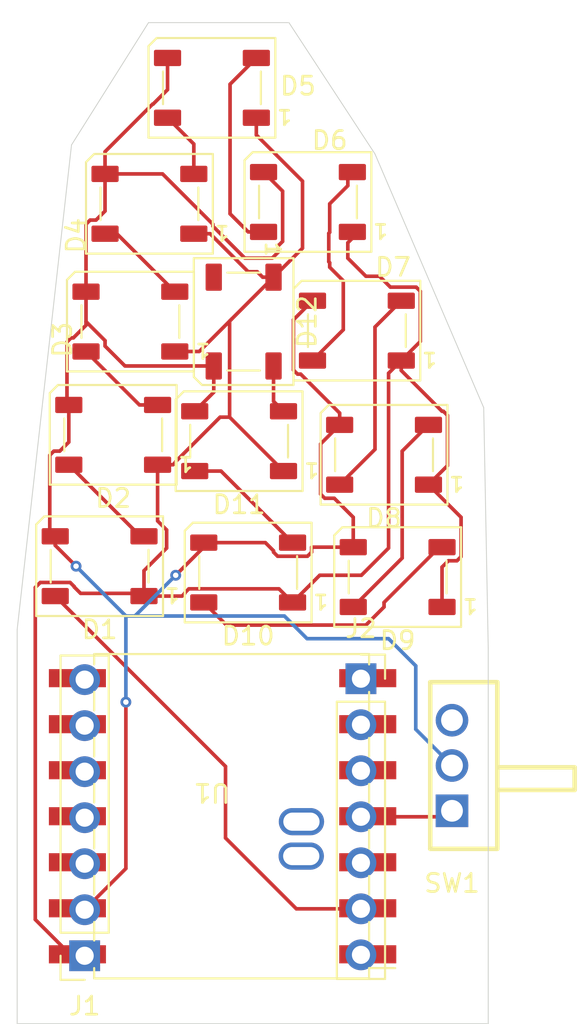
<source format=kicad_pcb>
(kicad_pcb (version 20241129) (generator "pcbnew") (generator_version "8.99")
  (title_block (title "Fire Decoration") (rev "0"))
  (layers (0 "F.Cu" signal) (2 "B.Cu" signal) (13 "F.Paste" user) (15 "B.Paste" user) (5 "F.SilkS" user "F.Silkscreen") (7 "B.SilkS" user "B.Silkscreen") (1 "F.Mask" user) (3 "B.Mask" user) (25 "Edge.Cuts" user))
  (net 0 "")
  (net 1 "GND")
  (net 2 "/D1")
  (net 3 "+5V")
  (net 4 "Net-(D1-DOUT)")
  (net 5 "Net-(D2-DOUT)")
  (net 6 "Net-(D3-DOUT)")
  (net 7 "Net-(D4-DOUT)")
  (net 8 "Net-(D5-DOUT)")
  (net 9 "Net-(D6-DOUT)")
  (net 10 "Net-(D7-DOUT)")
  (net 11 "Net-(D8-DOUT)")
  (net 12 "Net-(D10-DIN)")
  (net 13 "Net-(D10-DOUT)")
  (net 14 "Net-(D11-DOUT)")
  (net 16 "/D9")
  (net 17 "+3V3")
  (net 18 "/D8")
  (net 19 "/D10")
  (net 20 "/D7")
  (net 21 "/D2")
  (net 22 "/D4")
  (net 23 "/D5")
  (net 24 "/D0")
  (net 25 "/D6")
  (net 26 "/D3")
  (footprint "LED_SMD:LED_WS2812B_PLCC4_5.0x5.0mm_P3.2mm" (layer "F.Cu") (at 119 90.1 180)
    (property "Reference" "D8" (at 0 -3.5 360) (layer "F.SilkS"))
    (property "Value" "WS2812B")
    (fp_line (start 3.5 2.3) (end 3.5 -2.75) (stroke (width 0.12)) (layer "F.SilkS"))
    (fp_line (start 3.05 2.75) (end 3.5 2.3) (stroke (width 0.12)) (layer "F.SilkS"))
    (fp_line (start 2.7 0.9) (end 2.7 -0.9) (stroke (width 0.12)) (layer "F.SilkS"))
    (fp_line (start -2.7 0.9) (end -2.7 -0.9) (stroke (width 0.12)) (layer "F.SilkS"))
    (fp_line (start -3.5 2.75) (end 3.05 2.75) (stroke (width 0.12)) (layer "F.SilkS"))
    (fp_line (start -3.5 -2.75) (end 3.5 -2.75) (stroke (width 0.12)) (layer "F.SilkS"))
    (fp_line (start -3.5 -2.75) (end -3.5 2.75) (stroke (width 0.12)) (layer "F.SilkS"))
    (fp_text user "1" (at -4 -1.6 180) (layer "F.SilkS") (effects (font (size 0.8 0.8))))
    (pad "1" smd roundrect (at -2.45 -1.65 180) (size 1.5 0.9) (layers "F.Cu" "F.Mask" "F.Paste") (roundrect_rratio 0.1) (net 3 "+5V"))
    (pad "2" smd roundrect (at -2.45 1.65 180) (size 1.5 0.9) (layers "F.Cu" "F.Mask" "F.Paste") (roundrect_rratio 0.1) (net 11 "Net-(D8-DOUT)"))
    (pad "3" smd roundrect (at 2.45 1.65 180) (size 1.5 0.9) (layers "F.Cu" "F.Mask" "F.Paste") (roundrect_rratio 0.1) (net 1 "GND"))
    (pad "4" smd roundrect (at 2.45 -1.65 180) (size 1.5 0.9) (layers "F.Cu" "F.Mask" "F.Paste") (roundrect_rratio 0.1) (net 10 "Net-(D7-DOUT)"))
  )
  (footprint "LED_SMD:LED_WS2812B_PLCC4_5.0x5.0mm_P3.2mm" (layer "F.Cu") (at 111.25 82.75 -90)
    (property "Reference" "D12" (at 0 -3.5 90) (layer "F.SilkS"))
    (property "Value" "WS2812B")
    (fp_line (start -3.5 2.75) (end 3.05 2.75) (stroke (width 0.12)) (layer "F.SilkS"))
    (fp_line (start 3.05 2.75) (end 3.5 2.3) (stroke (width 0.12)) (layer "F.SilkS"))
    (fp_line (start 3.5 2.3) (end 3.5 -2.75) (stroke (width 0.12)) (layer "F.SilkS"))
    (fp_line (start -2.7 0.9) (end -2.7 -0.9) (stroke (width 0.12)) (layer "F.SilkS"))
    (fp_line (start 2.7 0.9) (end 2.7 -0.9) (stroke (width 0.12)) (layer "F.SilkS"))
    (fp_line (start -3.5 -2.75) (end -3.5 2.75) (stroke (width 0.12)) (layer "F.SilkS"))
    (fp_line (start -3.5 -2.75) (end 3.5 -2.75) (stroke (width 0.12)) (layer "F.SilkS"))
    (fp_text user "1" (at -4 -1.6 -90) (layer "F.SilkS") (effects (font (size 0.8 0.8))))
    (pad "1" smd roundrect (at -2.45 -1.65 270) (size 1.5 0.9) (layers "F.Cu" "F.Mask" "F.Paste") (roundrect_rratio 0.1) (net 3 "+5V"))
    (pad "2" smd roundrect (at -2.45 1.65 270) (size 1.5 0.9) (layers "F.Cu" "F.Mask" "F.Paste") (roundrect_rratio 0.1))
    (pad "3" smd roundrect (at 2.45 1.65 270) (size 1.5 0.9) (layers "F.Cu" "F.Mask" "F.Paste") (roundrect_rratio 0.1) (net 1 "GND"))
    (pad "4" smd roundrect (at 2.45 -1.65 270) (size 1.5 0.9) (layers "F.Cu" "F.Mask" "F.Paste") (roundrect_rratio 0.1) (net 14 "Net-(D11-DOUT)"))
  )
  (footprint "LED_SMD:LED_WS2812B_PLCC4_5.0x5.0mm_P3.2mm" (layer "F.Cu") (at 105 82.75 180)
    (property "Reference" "D3" (at 3.75 -1 90) (layer "F.SilkS"))
    (property "Value" "WS2812B")
    (fp_line (start 3.5 2.3) (end 3.5 -2.75) (stroke (width 0.12)) (layer "F.SilkS"))
    (fp_line (start 3.05 2.75) (end 3.5 2.3) (stroke (width 0.12)) (layer "F.SilkS"))
    (fp_line (start 2.7 0.9) (end 2.7 -0.9) (stroke (width 0.12)) (layer "F.SilkS"))
    (fp_line (start -2.7 0.9) (end -2.7 -0.9) (stroke (width 0.12)) (layer "F.SilkS"))
    (fp_line (start -3.5 2.75) (end 3.05 2.75) (stroke (width 0.12)) (layer "F.SilkS"))
    (fp_line (start -3.5 -2.75) (end 3.5 -2.75) (stroke (width 0.12)) (layer "F.SilkS"))
    (fp_line (start -3.5 -2.75) (end -3.5 2.75) (stroke (width 0.12)) (layer "F.SilkS"))
    (fp_text user "1" (at -4 -1.6 180) (layer "F.SilkS") (effects (font (size 0.8 0.8))))
    (pad "1" smd roundrect (at -2.45 -1.65 180) (size 1.5 0.9) (layers "F.Cu" "F.Mask" "F.Paste") (roundrect_rratio 0.1) (net 3 "+5V"))
    (pad "2" smd roundrect (at -2.45 1.65 180) (size 1.5 0.9) (layers "F.Cu" "F.Mask" "F.Paste") (roundrect_rratio 0.1) (net 6 "Net-(D3-DOUT)"))
    (pad "3" smd roundrect (at 2.45 1.65 180) (size 1.5 0.9) (layers "F.Cu" "F.Mask" "F.Paste") (roundrect_rratio 0.1) (net 1 "GND"))
    (pad "4" smd roundrect (at 2.45 -1.65 180) (size 1.5 0.9) (layers "F.Cu" "F.Mask" "F.Paste") (roundrect_rratio 0.1) (net 5 "Net-(D2-DOUT)"))
  )
  (footprint "Connector_PinSocket_2.54mm:PinSocket_1x07_P2.54mm_Vertical" (layer "F.Cu") (at 102.475 117.75 180)
    (property "Reference" "J1" (at 0 -2.77 360) (layer "F.SilkS"))
    (property "Value" "Conn_01x07")
    (fp_line (start 1.33 1.27) (end 1.33 16.57) (stroke (width 0.12)) (layer "F.SilkS"))
    (fp_line (start 1.33 -1.33) (end 1.33 0) (stroke (width 0.12)) (layer "F.SilkS"))
    (fp_line (start 0 -1.33) (end 1.33 -1.33) (stroke (width 0.12)) (layer "F.SilkS"))
    (fp_line (start -1.33 16.57) (end 1.33 16.57) (stroke (width 0.12)) (layer "F.SilkS"))
    (fp_line (start -1.33 1.27) (end 1.33 1.27) (stroke (width 0.12)) (layer "F.SilkS"))
    (fp_line (start -1.33 1.27) (end -1.33 16.57) (stroke (width 0.12)) (layer "F.SilkS"))
    (pad "1" thru_hole rect (at 0 0 180) (size 1.7 1.7) (drill 1) (layers "*.Cu" "*.Mask") (net 3 "+5V"))
    (pad "2" thru_hole oval (at 0 2.54 180) (size 1.7 1.7) (drill 1) (layers "*.Cu" "*.Mask") (net 1 "GND"))
    (pad "3" thru_hole oval (at 0 5.08 180) (size 1.7 1.7) (drill 1) (layers "*.Cu" "*.Mask") (net 17 "+3V3"))
    (pad "4" thru_hole oval (at 0 7.62 180) (size 1.7 1.7) (drill 1) (layers "*.Cu" "*.Mask") (net 19 "/D10"))
    (pad "5" thru_hole oval (at 0 10.16 180) (size 1.7 1.7) (drill 1) (layers "*.Cu" "*.Mask") (net 16 "/D9"))
    (pad "6" thru_hole oval (at 0 12.7 180) (size 1.7 1.7) (drill 1) (layers "*.Cu" "*.Mask") (net 18 "/D8"))
    (pad "7" thru_hole oval (at 0 15.24 180) (size 1.7 1.7) (drill 1) (layers "*.Cu" "*.Mask") (net 20 "/D7"))
  )
  (footprint "LED_SMD:LED_WS2812B_PLCC4_5.0x5.0mm_P3.2mm" (layer "F.Cu") (at 106.05 76.25 180)
    (property "Reference" "D4" (at 4.05 -1.75 90) (layer "F.SilkS"))
    (property "Value" "WS2812B")
    (fp_line (start 3.5 2.3) (end 3.5 -2.75) (stroke (width 0.12)) (layer "F.SilkS"))
    (fp_line (start 3.05 2.75) (end 3.5 2.3) (stroke (width 0.12)) (layer "F.SilkS"))
    (fp_line (start 2.7 0.9) (end 2.7 -0.9) (stroke (width 0.12)) (layer "F.SilkS"))
    (fp_line (start -2.7 0.9) (end -2.7 -0.9) (stroke (width 0.12)) (layer "F.SilkS"))
    (fp_line (start -3.5 2.75) (end 3.05 2.75) (stroke (width 0.12)) (layer "F.SilkS"))
    (fp_line (start -3.5 -2.75) (end 3.5 -2.75) (stroke (width 0.12)) (layer "F.SilkS"))
    (fp_line (start -3.5 -2.75) (end -3.5 2.75) (stroke (width 0.12)) (layer "F.SilkS"))
    (fp_text user "1" (at -4 -1.6 180) (layer "F.SilkS") (effects (font (size 0.8 0.8))))
    (pad "1" smd roundrect (at -2.45 -1.65 180) (size 1.5 0.9) (layers "F.Cu" "F.Mask" "F.Paste") (roundrect_rratio 0.1) (net 3 "+5V"))
    (pad "2" smd roundrect (at -2.45 1.65 180) (size 1.5 0.9) (layers "F.Cu" "F.Mask" "F.Paste") (roundrect_rratio 0.1) (net 7 "Net-(D4-DOUT)"))
    (pad "3" smd roundrect (at 2.45 1.65 180) (size 1.5 0.9) (layers "F.Cu" "F.Mask" "F.Paste") (roundrect_rratio 0.1) (net 1 "GND"))
    (pad "4" smd roundrect (at 2.45 -1.65 180) (size 1.5 0.9) (layers "F.Cu" "F.Mask" "F.Paste") (roundrect_rratio 0.1) (net 6 "Net-(D3-DOUT)"))
  )
  (footprint "LED_SMD:LED_WS2812B_PLCC4_5.0x5.0mm_P3.2mm" (layer "F.Cu") (at 114.8 76.15 180)
    (property "Reference" "D6" (at -1.2 3.4 360) (layer "F.SilkS"))
    (property "Value" "WS2812B")
    (fp_line (start 3.5 2.3) (end 3.5 -2.75) (stroke (width 0.12)) (layer "F.SilkS"))
    (fp_line (start 3.05 2.75) (end 3.5 2.3) (stroke (width 0.12)) (layer "F.SilkS"))
    (fp_line (start 2.7 0.9) (end 2.7 -0.9) (stroke (width 0.12)) (layer "F.SilkS"))
    (fp_line (start -2.7 0.9) (end -2.7 -0.9) (stroke (width 0.12)) (layer "F.SilkS"))
    (fp_line (start -3.5 2.75) (end 3.05 2.75) (stroke (width 0.12)) (layer "F.SilkS"))
    (fp_line (start -3.5 -2.75) (end 3.5 -2.75) (stroke (width 0.12)) (layer "F.SilkS"))
    (fp_line (start -3.5 -2.75) (end -3.5 2.75) (stroke (width 0.12)) (layer "F.SilkS"))
    (fp_text user "1" (at -4 -1.6 180) (layer "F.SilkS") (effects (font (size 0.8 0.8))))
    (pad "1" smd roundrect (at -2.45 -1.65 180) (size 1.5 0.9) (layers "F.Cu" "F.Mask" "F.Paste") (roundrect_rratio 0.1) (net 3 "+5V"))
    (pad "2" smd roundrect (at -2.45 1.65 180) (size 1.5 0.9) (layers "F.Cu" "F.Mask" "F.Paste") (roundrect_rratio 0.1) (net 9 "Net-(D6-DOUT)"))
    (pad "3" smd roundrect (at 2.45 1.65 180) (size 1.5 0.9) (layers "F.Cu" "F.Mask" "F.Paste") (roundrect_rratio 0.1) (net 1 "GND"))
    (pad "4" smd roundrect (at 2.45 -1.65 180) (size 1.5 0.9) (layers "F.Cu" "F.Mask" "F.Paste") (roundrect_rratio 0.1) (net 8 "Net-(D5-DOUT)"))
  )
  (footprint "LED_SMD:LED_WS2812B_PLCC4_5.0x5.0mm_P3.2mm" (layer "F.Cu") (at 109.5 69.85 180)
    (property "Reference" "D5" (at -4.75 0.1 360) (layer "F.SilkS"))
    (property "Value" "WS2812B")
    (fp_line (start 3.5 2.3) (end 3.5 -2.75) (stroke (width 0.12)) (layer "F.SilkS"))
    (fp_line (start 3.05 2.75) (end 3.5 2.3) (stroke (width 0.12)) (layer "F.SilkS"))
    (fp_line (start 2.7 0.9) (end 2.7 -0.9) (stroke (width 0.12)) (layer "F.SilkS"))
    (fp_line (start -2.7 0.9) (end -2.7 -0.9) (stroke (width 0.12)) (layer "F.SilkS"))
    (fp_line (start -3.5 2.75) (end 3.05 2.75) (stroke (width 0.12)) (layer "F.SilkS"))
    (fp_line (start -3.5 -2.75) (end 3.5 -2.75) (stroke (width 0.12)) (layer "F.SilkS"))
    (fp_line (start -3.5 -2.75) (end -3.5 2.75) (stroke (width 0.12)) (layer "F.SilkS"))
    (fp_text user "1" (at -4 -1.6 180) (layer "F.SilkS") (effects (font (size 0.8 0.8))))
    (pad "1" smd roundrect (at -2.45 -1.65 180) (size 1.5 0.9) (layers "F.Cu" "F.Mask" "F.Paste") (roundrect_rratio 0.1) (net 3 "+5V"))
    (pad "2" smd roundrect (at -2.45 1.65 180) (size 1.5 0.9) (layers "F.Cu" "F.Mask" "F.Paste") (roundrect_rratio 0.1) (net 8 "Net-(D5-DOUT)"))
    (pad "3" smd roundrect (at 2.45 1.65 180) (size 1.5 0.9) (layers "F.Cu" "F.Mask" "F.Paste") (roundrect_rratio 0.1) (net 1 "GND"))
    (pad "4" smd roundrect (at 2.45 -1.65 180) (size 1.5 0.9) (layers "F.Cu" "F.Mask" "F.Paste") (roundrect_rratio 0.1) (net 7 "Net-(D4-DOUT)"))
  )
  (footprint "easyeda2kicad:SW-TH_K3-1260D-L1" (layer "F.Cu") (at 122.75 107.25 180)
    (property "Reference" "SW1" (at 0 -6.5 360) (layer "F.SilkS"))
    (property "Value" "K3-1260D-L1")
    (fp_line (start 1.2 4.6) (end 1.2 -4.6) (stroke (width 0.25)) (layer "F.SilkS"))
    (fp_line (start 1.2 4.6) (end -2.5 4.6) (stroke (width 0.25)) (layer "F.SilkS"))
    (fp_line (start -2.5 -0.1) (end -6.77 -0.1) (stroke (width 0.25)) (layer "F.SilkS"))
    (fp_line (start -2.5 -4.6) (end 1.2 -4.6) (stroke (width 0.25)) (layer "F.SilkS"))
    (fp_line (start -2.5 -4.6) (end -2.5 4.6) (stroke (width 0.25)) (layer "F.SilkS"))
    (fp_line (start -6.77 -0.1) (end -6.77 -1.35) (stroke (width 0.25)) (layer "F.SilkS"))
    (fp_line (start -6.77 -1.35) (end -2.5 -1.35) (stroke (width 0.25)) (layer "F.SilkS"))
    (pad "1" thru_hole rect (at 0 -2.5 90) (size 1.8 1.8) (drill 1.199998) (layers "*.Cu" "*.Mask") (net 26 "/D3"))
    (pad "2" thru_hole circle (at 0 0 90) (size 1.8 1.8) (drill 1.199998) (layers "*.Cu" "*.Mask") (net 1 "GND"))
    (pad "3" thru_hole circle (at 0 2.5 90) (size 1.8 1.8) (drill 1.199998) (layers "*.Cu" "*.Mask"))
  )
  (footprint "RF_Module:xiao_esp32c3" (layer "F.Cu") (at 109.5 108.25 180)
    (property "Reference" "U1" (at 0 -0.5 180) (layer "F.SilkS"))
    (property "Value" "XIAO ESP32C3")
    (fp_line (start 6.5 6.58) (end 6.5 7.15) (stroke (width 0.12)) (layer "F.SilkS"))
    (fp_line (start 6.5 4.04) (end 6.5 5.06) (stroke (width 0.12)) (layer "F.SilkS"))
    (fp_line (start 6.5 1.5) (end 6.5 2.52) (stroke (width 0.12)) (layer "F.SilkS"))
    (fp_line (start 6.5 -1.04) (end 6.5 -0.02) (stroke (width 0.12)) (layer "F.SilkS"))
    (fp_line (start 6.5 -3.58) (end 6.5 -2.56) (stroke (width 0.12)) (layer "F.SilkS"))
    (fp_line (start 6.5 -6.12) (end 6.5 -5.1) (stroke (width 0.12)) (layer "F.SilkS"))
    (fp_line (start 6.5 -8.66) (end 6.5 -7.64) (stroke (width 0.12)) (layer "F.SilkS"))
    (fp_line (start 6.5 -10.75) (end 6.5 -10.18) (stroke (width 0.12)) (layer "F.SilkS"))
    (fp_line (start -8.675 7.15) (end 6.5 7.15) (stroke (width 0.12)) (layer "F.SilkS"))
    (fp_line (start -8.675 6.58) (end -8.675 7.15) (stroke (width 0.12)) (layer "F.SilkS"))
    (fp_line (start -8.675 4.04) (end -8.675 5.06) (stroke (width 0.12)) (layer "F.SilkS"))
    (fp_line (start -8.675 1.5) (end -8.675 2.52) (stroke (width 0.12)) (layer "F.SilkS"))
    (fp_line (start -8.675 -1.04) (end -8.675 -0.02) (stroke (width 0.12)) (layer "F.SilkS"))
    (fp_line (start -8.675 -3.58) (end -8.675 -2.56) (stroke (width 0.12)) (layer "F.SilkS"))
    (fp_line (start -8.675 -6.12) (end -8.675 -5.1) (stroke (width 0.12)) (layer "F.SilkS"))
    (fp_line (start -8.675 -8.66) (end -8.675 -7.64) (stroke (width 0.12)) (layer "F.SilkS"))
    (fp_line (start -8.675 -10.75) (end 6.5 -10.75) (stroke (width 0.12)) (layer "F.SilkS"))
    (fp_line (start -8.675 -10.75) (end -8.675 -10.18) (stroke (width 0.12)) (layer "F.SilkS"))
    (fp_line (start -10.115 -10.18) (end -8.675 -10.18) (stroke (width 0.12)) (layer "F.SilkS"))
    (pad "1" smd rect (at -8.6 -9.42 180) (size 3.15 1) (layers "F.Cu" "F.Mask" "F.Paste") (net 24 "/D0"))
    (pad "2" smd rect (at -8.6 -6.88 180) (size 3.15 1) (layers "F.Cu" "F.Mask" "F.Paste") (net 2 "/D1"))
    (pad "3" smd rect (at -8.6 -4.34 180) (size 3.15 1) (layers "F.Cu" "F.Mask" "F.Paste") (net 21 "/D2"))
    (pad "4" smd rect (at -8.6 -1.8 180) (size 3.15 1) (layers "F.Cu" "F.Mask" "F.Paste") (net 26 "/D3"))
    (pad "5" smd rect (at -8.6 0.74 180) (size 3.15 1) (layers "F.Cu" "F.Mask" "F.Paste") (net 22 "/D4"))
    (pad "6" smd rect (at -8.6 3.28 180) (size 3.15 1) (layers "F.Cu" "F.Mask" "F.Paste") (net 23 "/D5"))
    (pad "7" smd rect (at -8.6 5.82 180) (size 3.15 1) (layers "F.Cu" "F.Mask" "F.Paste") (net 25 "/D6"))
    (pad "8" smd rect (at 7.425 5.82 180) (size 3.15 1) (layers "F.Cu" "F.Mask" "F.Paste") (net 20 "/D7"))
    (pad "9" smd rect (at 7.425 3.28 180) (size 3.15 1) (layers "F.Cu" "F.Mask" "F.Paste") (net 18 "/D8"))
    (pad "10" smd rect (at 7.425 0.74 180) (size 3.15 1) (layers "F.Cu" "F.Mask" "F.Paste") (net 16 "/D9"))
    (pad "11" smd rect (at 7.425 -1.8 180) (size 3.15 1) (layers "F.Cu" "F.Mask" "F.Paste") (net 19 "/D10"))
    (pad "12" smd rect (at 7.425 -4.34 180) (size 3.15 1) (layers "F.Cu" "F.Mask" "F.Paste") (net 17 "+3V3"))
    (pad "13" smd rect (at 7.425 -6.88 180) (size 3.15 1) (layers "F.Cu" "F.Mask" "F.Paste") (net 1 "GND"))
    (pad "14" smd rect (at 7.425 -9.42 180) (size 3.15 1) (layers "F.Cu" "F.Mask" "F.Paste") (net 3 "+5V"))
    (pad "B+" thru_hole oval (at -4.94 -2.1 180) (size 2.5 1.5) (drill oval 2 1) (layers "*.Cu" "*.Mask"))
    (pad "B-" thru_hole oval (at -4.929 -4 180) (size 2.5 1.5) (drill oval 2 1) (layers "*.Cu" "*.Mask"))
  )
  (footprint "LED_SMD:LED_WS2812B_PLCC4_5.0x5.0mm_P3.2mm" (layer "F.Cu") (at 104.05 89 180)
    (property "Reference" "D2" (at 0 -3.5 360) (layer "F.SilkS"))
    (property "Value" "WS2812B")
    (fp_line (start 3.5 2.3) (end 3.5 -2.75) (stroke (width 0.12)) (layer "F.SilkS"))
    (fp_line (start 3.05 2.75) (end 3.5 2.3) (stroke (width 0.12)) (layer "F.SilkS"))
    (fp_line (start 2.7 0.9) (end 2.7 -0.9) (stroke (width 0.12)) (layer "F.SilkS"))
    (fp_line (start -2.7 0.9) (end -2.7 -0.9) (stroke (width 0.12)) (layer "F.SilkS"))
    (fp_line (start -3.5 2.75) (end 3.05 2.75) (stroke (width 0.12)) (layer "F.SilkS"))
    (fp_line (start -3.5 -2.75) (end 3.5 -2.75) (stroke (width 0.12)) (layer "F.SilkS"))
    (fp_line (start -3.5 -2.75) (end -3.5 2.75) (stroke (width 0.12)) (layer "F.SilkS"))
    (fp_text user "1" (at -4 -1.6 180) (layer "F.SilkS") (effects (font (size 0.8 0.8))))
    (pad "1" smd roundrect (at -2.45 -1.65 180) (size 1.5 0.9) (layers "F.Cu" "F.Mask" "F.Paste") (roundrect_rratio 0.1) (net 3 "+5V"))
    (pad "2" smd roundrect (at -2.45 1.65 180) (size 1.5 0.9) (layers "F.Cu" "F.Mask" "F.Paste") (roundrect_rratio 0.1) (net 5 "Net-(D2-DOUT)"))
    (pad "3" smd roundrect (at 2.45 1.65 180) (size 1.5 0.9) (layers "F.Cu" "F.Mask" "F.Paste") (roundrect_rratio 0.1) (net 1 "GND"))
    (pad "4" smd roundrect (at 2.45 -1.65 180) (size 1.5 0.9) (layers "F.Cu" "F.Mask" "F.Paste") (roundrect_rratio 0.1) (net 4 "Net-(D1-DOUT)"))
  )
  (footprint "LED_SMD:LED_WS2812B_PLCC4_5.0x5.0mm_P3.2mm" (layer "F.Cu") (at 111 89.35 180)
    (property "Reference" "D11" (at 0 -3.5 360) (layer "F.SilkS"))
    (property "Value" "WS2812B")
    (fp_line (start 3.5 2.3) (end 3.5 -2.75) (stroke (width 0.12)) (layer "F.SilkS"))
    (fp_line (start 3.05 2.75) (end 3.5 2.3) (stroke (width 0.12)) (layer "F.SilkS"))
    (fp_line (start 2.7 0.9) (end 2.7 -0.9) (stroke (width 0.12)) (layer "F.SilkS"))
    (fp_line (start -2.7 0.9) (end -2.7 -0.9) (stroke (width 0.12)) (layer "F.SilkS"))
    (fp_line (start -3.5 2.75) (end 3.05 2.75) (stroke (width 0.12)) (layer "F.SilkS"))
    (fp_line (start -3.5 -2.75) (end 3.5 -2.75) (stroke (width 0.12)) (layer "F.SilkS"))
    (fp_line (start -3.5 -2.75) (end -3.5 2.75) (stroke (width 0.12)) (layer "F.SilkS"))
    (fp_text user "1" (at -4 -1.6 180) (layer "F.SilkS") (effects (font (size 0.8 0.8))))
    (pad "1" smd roundrect (at -2.45 -1.65 180) (size 1.5 0.9) (layers "F.Cu" "F.Mask" "F.Paste") (roundrect_rratio 0.1) (net 3 "+5V"))
    (pad "2" smd roundrect (at -2.45 1.65 180) (size 1.5 0.9) (layers "F.Cu" "F.Mask" "F.Paste") (roundrect_rratio 0.1) (net 14 "Net-(D11-DOUT)"))
    (pad "3" smd roundrect (at 2.45 1.65 180) (size 1.5 0.9) (layers "F.Cu" "F.Mask" "F.Paste") (roundrect_rratio 0.1) (net 1 "GND"))
    (pad "4" smd roundrect (at 2.45 -1.65 180) (size 1.5 0.9) (layers "F.Cu" "F.Mask" "F.Paste") (roundrect_rratio 0.1) (net 13 "Net-(D10-DOUT)"))
  )
  (footprint "Connector_PinSocket_2.54mm:PinSocket_1x07_P2.54mm_Vertical" (layer "F.Cu") (at 117.725 102.46)
    (property "Reference" "J2" (at 0 -2.77 360) (layer "F.SilkS"))
    (property "Value" "Conn_01x07")
    (fp_line (start -1.33 1.27) (end -1.33 16.57) (stroke (width 0.12)) (layer "F.SilkS"))
    (fp_line (start -1.33 1.27) (end 1.33 1.27) (stroke (width 0.12)) (layer "F.SilkS"))
    (fp_line (start -1.33 16.57) (end 1.33 16.57) (stroke (width 0.12)) (layer "F.SilkS"))
    (fp_line (start 0 -1.33) (end 1.33 -1.33) (stroke (width 0.12)) (layer "F.SilkS"))
    (fp_line (start 1.33 -1.33) (end 1.33 0) (stroke (width 0.12)) (layer "F.SilkS"))
    (fp_line (start 1.33 1.27) (end 1.33 16.57) (stroke (width 0.12)) (layer "F.SilkS"))
    (pad "1" thru_hole rect (at 0 0) (size 1.7 1.7) (drill 1) (layers "*.Cu" "*.Mask") (net 25 "/D6"))
    (pad "2" thru_hole oval (at 0 2.54) (size 1.7 1.7) (drill 1) (layers "*.Cu" "*.Mask") (net 23 "/D5"))
    (pad "3" thru_hole oval (at 0 5.08) (size 1.7 1.7) (drill 1) (layers "*.Cu" "*.Mask") (net 22 "/D4"))
    (pad "4" thru_hole oval (at 0 7.62) (size 1.7 1.7) (drill 1) (layers "*.Cu" "*.Mask") (net 26 "/D3"))
    (pad "5" thru_hole oval (at 0 10.16) (size 1.7 1.7) (drill 1) (layers "*.Cu" "*.Mask") (net 21 "/D2"))
    (pad "6" thru_hole oval (at 0 12.7) (size 1.7 1.7) (drill 1) (layers "*.Cu" "*.Mask") (net 2 "/D1"))
    (pad "7" thru_hole oval (at 0 15.24) (size 1.7 1.7) (drill 1) (layers "*.Cu" "*.Mask") (net 24 "/D0"))
  )
  (footprint "LED_SMD:LED_WS2812B_PLCC4_5.0x5.0mm_P3.2mm" (layer "F.Cu") (at 111.5 96.6 180)
    (property "Reference" "D10" (at 0 -3.5 360) (layer "F.SilkS"))
    (property "Value" "WS2812B")
    (fp_line (start 3.5 2.3) (end 3.5 -2.75) (stroke (width 0.12)) (layer "F.SilkS"))
    (fp_line (start 3.05 2.75) (end 3.5 2.3) (stroke (width 0.12)) (layer "F.SilkS"))
    (fp_line (start 2.7 0.9) (end 2.7 -0.9) (stroke (width 0.12)) (layer "F.SilkS"))
    (fp_line (start -2.7 0.9) (end -2.7 -0.9) (stroke (width 0.12)) (layer "F.SilkS"))
    (fp_line (start -3.5 2.75) (end 3.05 2.75) (stroke (width 0.12)) (layer "F.SilkS"))
    (fp_line (start -3.5 -2.75) (end 3.5 -2.75) (stroke (width 0.12)) (layer "F.SilkS"))
    (fp_line (start -3.5 -2.75) (end -3.5 2.75) (stroke (width 0.12)) (layer "F.SilkS"))
    (fp_text user "1" (at -4 -1.6 180) (layer "F.SilkS") (effects (font (size 0.8 0.8))))
    (pad "1" smd roundrect (at -2.45 -1.65 180) (size 1.5 0.9) (layers "F.Cu" "F.Mask" "F.Paste") (roundrect_rratio 0.1) (net 3 "+5V"))
    (pad "2" smd roundrect (at -2.45 1.65 180) (size 1.5 0.9) (layers "F.Cu" "F.Mask" "F.Paste") (roundrect_rratio 0.1) (net 13 "Net-(D10-DOUT)"))
    (pad "3" smd roundrect (at 2.45 1.65 180) (size 1.5 0.9) (layers "F.Cu" "F.Mask" "F.Paste") (roundrect_rratio 0.1) (net 1 "GND"))
    (pad "4" smd roundrect (at 2.45 -1.65 180) (size 1.5 0.9) (layers "F.Cu" "F.Mask" "F.Paste") (roundrect_rratio 0.1) (net 12 "Net-(D10-DIN)"))
  )
  (footprint "LED_SMD:LED_WS2812B_PLCC4_5.0x5.0mm_P3.2mm" (layer "F.Cu") (at 103.3 96.25 180)
    (property "Value" "WS2812B")
    (property "Reference" "D1" (at 0 -3.5 360) (layer "F.SilkS"))
    (fp_line (start 3.5 2.3) (end 3.5 -2.75) (stroke (width 0.12)) (layer "F.SilkS"))
    (fp_line (start 3.05 2.75) (end 3.5 2.3) (stroke (width 0.12)) (layer "F.SilkS"))
    (fp_line (start 2.7 0.9) (end 2.7 -0.9) (stroke (width 0.12)) (layer "F.SilkS"))
    (fp_line (start -2.7 0.9) (end -2.7 -0.9) (stroke (width 0.12)) (layer "F.SilkS"))
    (fp_line (start -3.5 2.75) (end 3.05 2.75) (stroke (width 0.12)) (layer "F.SilkS"))
    (fp_line (start -3.5 -2.75) (end 3.5 -2.75) (stroke (width 0.12)) (layer "F.SilkS"))
    (fp_line (start -3.5 -2.75) (end -3.5 2.75) (stroke (width 0.12)) (layer "F.SilkS"))
    (fp_text user "1" (at -4 -1.6 180) (layer "F.SilkS") (effects (font (size 0.8 0.8))))
    (pad "1" smd roundrect (at -2.45 -1.65 180) (size 1.5 0.9) (layers "F.Cu" "F.Mask" "F.Paste") (roundrect_rratio 0.1) (net 3 "+5V"))
    (pad "2" smd roundrect (at -2.45 1.65 180) (size 1.5 0.9) (layers "F.Cu" "F.Mask" "F.Paste") (roundrect_rratio 0.1) (net 4 "Net-(D1-DOUT)"))
    (pad "3" smd roundrect (at 2.45 1.65 180) (size 1.5 0.9) (layers "F.Cu" "F.Mask" "F.Paste") (roundrect_rratio 0.1) (net 1 "GND"))
    (pad "4" smd roundrect (at 2.45 -1.65 180) (size 1.5 0.9) (layers "F.Cu" "F.Mask" "F.Paste") (roundrect_rratio 0.1) (net 2 "/D1"))
  )
  (footprint "LED_SMD:LED_WS2812B_PLCC4_5.0x5.0mm_P3.2mm" (layer "F.Cu") (at 119.75 96.85 180)
    (property "Reference" "D9" (at 0 -3.5 360) (layer "F.SilkS"))
    (property "Value" "WS2812B")
    (fp_line (start 3.5 2.3) (end 3.5 -2.75) (stroke (width 0.12)) (layer "F.SilkS"))
    (fp_line (start 3.05 2.75) (end 3.5 2.3) (stroke (width 0.12)) (layer "F.SilkS"))
    (fp_line (start 2.7 0.9) (end 2.7 -0.9) (stroke (width 0.12)) (layer "F.SilkS"))
    (fp_line (start -2.7 0.9) (end -2.7 -0.9) (stroke (width 0.12)) (layer "F.SilkS"))
    (fp_line (start -3.5 2.75) (end 3.05 2.75) (stroke (width 0.12)) (layer "F.SilkS"))
    (fp_line (start -3.5 -2.75) (end 3.5 -2.75) (stroke (width 0.12)) (layer "F.SilkS"))
    (fp_line (start -3.5 -2.75) (end -3.5 2.75) (stroke (width 0.12)) (layer "F.SilkS"))
    (fp_text user "1" (at -4 -1.6 180) (layer "F.SilkS") (effects (font (size 0.8 0.8))))
    (pad "1" smd roundrect (at -2.45 -1.65 180) (size 1.5 0.9) (layers "F.Cu" "F.Mask" "F.Paste") (roundrect_rratio 0.1) (net 3 "+5V"))
    (pad "2" smd roundrect (at -2.45 1.65 180) (size 1.5 0.9) (layers "F.Cu" "F.Mask" "F.Paste") (roundrect_rratio 0.1) (net 12 "Net-(D10-DIN)"))
    (pad "3" smd roundrect (at 2.45 1.65 180) (size 1.5 0.9) (layers "F.Cu" "F.Mask" "F.Paste") (roundrect_rratio 0.1) (net 1 "GND"))
    (pad "4" smd roundrect (at 2.45 -1.65 180) (size 1.5 0.9) (layers "F.Cu" "F.Mask" "F.Paste") (roundrect_rratio 0.1) (net 11 "Net-(D8-DOUT)"))
  )
  (footprint "LED_SMD:LED_WS2812B_PLCC4_5.0x5.0mm_P3.2mm" (layer "F.Cu") (at 117.5 83.25 180)
    (property "Reference" "D7" (at -2 3.5 360) (layer "F.SilkS"))
    (property "Value" "WS2812B")
    (fp_line (start 3.5 2.3) (end 3.5 -2.75) (stroke (width 0.12)) (layer "F.SilkS"))
    (fp_line (start 3.05 2.75) (end 3.5 2.3) (stroke (width 0.12)) (layer "F.SilkS"))
    (fp_line (start 2.7 0.9) (end 2.7 -0.9) (stroke (width 0.12)) (layer "F.SilkS"))
    (fp_line (start -2.7 0.9) (end -2.7 -0.9) (stroke (width 0.12)) (layer "F.SilkS"))
    (fp_line (start -3.5 2.75) (end 3.05 2.75) (stroke (width 0.12)) (layer "F.SilkS"))
    (fp_line (start -3.5 -2.75) (end 3.5 -2.75) (stroke (width 0.12)) (layer "F.SilkS"))
    (fp_line (start -3.5 -2.75) (end -3.5 2.75) (stroke (width 0.12)) (layer "F.SilkS"))
    (fp_text user "1" (at -4 -1.6 180) (layer "F.SilkS") (effects (font (size 0.8 0.8))))
    (pad "1" smd roundrect (at -2.45 -1.65 180) (size 1.5 0.9) (layers "F.Cu" "F.Mask" "F.Paste") (roundrect_rratio 0.1) (net 3 "+5V"))
    (pad "2" smd roundrect (at -2.45 1.65 180) (size 1.5 0.9) (layers "F.Cu" "F.Mask" "F.Paste") (roundrect_rratio 0.1) (net 10 "Net-(D7-DOUT)"))
    (pad "3" smd roundrect (at 2.45 1.65 180) (size 1.5 0.9) (layers "F.Cu" "F.Mask" "F.Paste") (roundrect_rratio 0.1) (net 1 "GND"))
    (pad "4" smd roundrect (at 2.45 -1.65 180) (size 1.5 0.9) (layers "F.Cu" "F.Mask" "F.Paste") (roundrect_rratio 0.1) (net 9 "Net-(D6-DOUT)"))
  )
  (gr_line (start 98.75 99.75) (end 101.75 73) (stroke (width 0.05)) (layer "Edge.Cuts"))
  (gr_line (start 118.5 73.5) (end 124.5 87.5) (stroke (width 0.05)) (layer "Edge.Cuts"))
  (gr_line (start 124.5 87.5) (end 124.75 100.75) (stroke (width 0.05)) (layer "Edge.Cuts"))
  (gr_line (start 106 66.25) (end 113.75 66.25) (stroke (width 0.05)) (layer "Edge.Cuts"))
  (gr_line (start 98.75 121.5) (end 98.75 99.75) (stroke (width 0.05)) (layer "Edge.Cuts"))
  (gr_line (start 113.75 66.25) (end 118.5 73.5) (stroke (width 0.05)) (layer "Edge.Cuts"))
  (gr_line (start 101.75 73) (end 106 66.25) (stroke (width 0.05)) (layer "Edge.Cuts"))
  (gr_line (start 124.75 121.5) (end 124.75 100.75) (stroke (width 0.05)) (layer "Edge.Cuts"))
  (gr_line (start 98.75 121.5) (end 124.75 121.5) (stroke (width 0.05)) (layer "Edge.Cuts"))
  (segment (start 109.551 77.375548) (end 106.775452 74.6) (width 0.2) (layer "F.Cu") (net 1))
  (segment (start 114.774452 95.701) (end 115.001 95.474452) (width 0.2) (layer "F.Cu") (net 1))
  (segment (start 114.401 85.651) (end 114.225548 85.651) (width 0.2) (layer "F.Cu") (net 1))
  (segment (start 101.725548 83.649) (end 101.499 83.875548) (width 0.2) (layer "F.Cu") (net 1))
  (segment (start 113.125548 95.701) (end 114.774452 95.701) (width 0.2) (layer "F.Cu") (net 1))
  (segment (start 112.899 95.399) (end 112.899 95.474452) (width 0.2) (layer "F.Cu") (net 1))
  (segment (start 113.174452 78.551) (end 113.401 78.324452) (width 0.2) (layer "F.Cu") (net 1))
  (segment (start 109.551 77.4839) (end 109.551 77.375548) (width 0.2) (layer "F.Cu") (net 1))
  (segment (start 113.401 78.324452) (end 113.401 75.551) (width 0.2) (layer "F.Cu") (net 1))
  (segment (start 115.499 92.274452) (end 115.499 89.501) (width 0.2) (layer "F.Cu") (net 1))
  (segment (start 101.6 89.4) (end 101.101 89.899) (width 0.2) (layer "F.Cu") (net 1))
  (segment (start 115.001 95.474452) (end 115.001 95.2) (width 0.2) (layer "F.Cu") (net 1))
  (segment (start 104.75 103.75) (end 104.75 112.935) (width 0.2) (layer "F.Cu") (net 1))
  (segment (start 112.375548 79.249) (end 112.374548 79.25) (width 0.2) (layer "F.Cu") (net 1))
  (segment (start 113.999 85.424452) (end 113.999 82.651) (width 0.2) (layer "F.Cu") (net 1))
  (segment (start 112.826452 79.249) (end 112.375548 79.249) (width 0.2) (layer "F.Cu") (net 1))
  (segment (start 113.151 78.551) (end 113.174452 78.551) (width 0.2) (layer "F.Cu") (net 1))
  (segment (start 116.55 88.45) (end 116.55 87.8) (width 0.2) (layer "F.Cu") (net 1))
  (segment (start 107.05 68.2) (end 107.05 69.95) (width 0.2) (layer "F.Cu") (net 1))
  (segment (start 116.251 92.501) (end 115.725548 92.501) (width 0.2) (layer "F.Cu") (net 1))
  (segment (start 101.499 87.249) (end 101.6 87.35) (width 0.2) (layer "F.Cu") (net 1))
  (segment (start 115.725548 92.501) (end 115.499 92.274452) (width 0.2) (layer "F.Cu") (net 1))
  (segment (start 106.775452 74.6) (end 103.6 74.6) (width 0.2) (layer "F.Cu") (net 1))
  (segment (start 115.001 95.2) (end 117.3 95.2) (width 0.2) (layer "F.Cu") (net 1))
  (segment (start 117.3 93.55) (end 116.251 92.501) (width 0.2) (layer "F.Cu") (net 1))
  (segment (start 109.6 86.65) (end 108.55 87.7) (width 0.2) (layer "F.Cu") (net 1))
  (segment (start 112.374548 79.25) (end 111.3171 79.25) (width 0.2) (layer "F.Cu") (net 1))
  (segment (start 100.549 90.125548) (end 100.549 94.299) (width 0.2) (layer "F.Cu") (net 1))
  (segment (start 100.85 94.6) (end 100.85 95.1) (width 0.2) (layer "F.Cu") (net 1))
  (segment (start 112.45 94.95) (end 112.899 95.399) (width 0.2) (layer "F.Cu") (net 1))
  (segment (start 106.251 70.749) (end 106.225548 70.749) (width 0.2) (layer "F.Cu") (net 1))
  (segment (start 103.6 74.6) (end 103.6 76.65) (width 0.2) (layer "F.Cu") (net 1))
  (segment (start 113.151 78.924452) (end 113.151 78.551) (width 0.2) (layer "F.Cu") (net 1))
  (segment (start 104.7 85.2) (end 103.601 84.101) (width 0.2) (layer "F.Cu") (net 1))
  (segment (start 102.775548 77.149) (end 102.55 77.374548) (width 0.2) (layer "F.Cu") (net 1))
  (segment (start 102.55 77.374548) (end 102.55 81.1) (width 0.2) (layer "F.Cu") (net 1))
  (segment (start 100.85 95.1) (end 102 96.25) (width 0.2) (layer "F.Cu") (net 1))
  (segment (start 104.75 112.935) (end 102.475 115.21) (width 0.2) (layer "F.Cu") (net 1))
  (segment (start 113.401 75.551) (end 112.35 74.5) (width 0.2) (layer "F.Cu") (net 1))
  (segment (start 102.55 81.1) (end 102.55 82.75) (width 0.2) (layer "F.Cu") (net 1))
  (segment (start 102.55 82.95) (end 101.851 83.649) (width 0.2) (layer "F.Cu") (net 1))
  (segment (start 103.6 76.65) (end 103.101 77.149) (width 0.2) (layer "F.Cu") (net 1))
  (segment (start 100.549 94.299) (end 100.85 94.6) (width 0.2) (layer "F.Cu") (net 1))
  (segment (start 109.05 94.95) (end 112.45 94.95) (width 0.2) (layer "F.Cu") (net 1))
  (segment (start 114.225548 85.651) (end 113.999 85.424452) (width 0.2) (layer "F.Cu") (net 1))
  (segment (start 101.499 83.875548) (end 101.499 87.249) (width 0.2) (layer "F.Cu") (net 1))
  (segment (start 109.6 85.2) (end 104.7 85.2) (width 0.2) (layer "F.Cu") (net 1))
  (segment (start 103.101 77.149) (end 102.775548 77.149) (width 0.2) (layer "F.Cu") (net 1))
  (segment (start 101.101 89.899) (end 100.775548 89.899) (width 0.2) (layer "F.Cu") (net 1))
  (segment (start 109.05 94.95) (end 109.05 95.2) (width 0.2) (layer "F.Cu") (net 1))
  (segment (start 109.05 95.2) (end 107.5 96.75) (width 0.2) (layer "F.Cu") (net 1))
  (segment (start 113.999 82.651) (end 115.05 81.6) (width 0.2) (layer "F.Cu") (net 1))
  (segment (start 101.851 83.649) (end 101.725548 83.649) (width 0.2) (layer "F.Cu") (net 1))
  (segment (start 113.151 78.924452) (end 112.826452 79.249) (width 0.2) (layer "F.Cu") (net 1))
  (segment (start 111.3171 79.25) (end 109.551 77.4839) (width 0.2) (layer "F.Cu") (net 1))
  (segment (start 112.899 95.474452) (end 113.125548 95.701) (width 0.2) (layer "F.Cu") (net 1))
  (segment (start 115.499 89.501) (end 116.55 88.45) (width 0.2) (layer "F.Cu") (net 1))
  (segment (start 117.3 95.2) (end 117.3 93.55) (width 0.2) (layer "F.Cu") (net 1))
  (segment (start 103.601 83.801) (end 102.55 82.75) (width 0.2) (layer "F.Cu") (net 1))
  (segment (start 100.775548 89.899) (end 100.549 90.125548) (width 0.2) (layer "F.Cu") (net 1))
  (segment (start 103.601 84.101) (end 103.601 83.801) (width 0.2) (layer "F.Cu") (net 1))
  (segment (start 106.225548 70.749) (end 103.6 73.374548) (width 0.2) (layer "F.Cu") (net 1))
  (segment (start 102.55 82.75) (end 102.55 82.95) (width 0.2) (layer "F.Cu") (net 1))
  (segment (start 109.6 85.2) (end 109.6 86.65) (width 0.2) (layer "F.Cu") (net 1))
  (segment (start 101.6 87.35) (end 101.6 89.4) (width 0.2) (layer "F.Cu") (net 1))
  (segment (start 103.6 73.374548) (end 103.6 74.6) (width 0.2) (layer "F.Cu") (net 1))
  (segment (start 107.05 69.95) (end 106.251 70.749) (width 0.2) (layer "F.Cu") (net 1))
  (segment (start 116.55 87.8) (end 114.401 85.651) (width 0.2) (layer "F.Cu") (net 1))
  (via (at 107.5 96.75) (size 0.6) (drill 0.3) (layers "F.Cu" "B.Cu") (net 1))
  (via (at 102 96.25) (size 0.6) (drill 0.3) (layers "F.Cu" "B.Cu") (net 1))
  (via (at 104.75 103.75) (size 0.6) (drill 0.3) (layers "F.Cu" "B.Cu") (net 1))
  (segment (start 113.5 99) (end 114.75 100.25) (width 0.2) (layer "B.Cu") (net 1))
  (segment (start 120.75 105.25) (end 122.75 107.25) (width 0.2) (layer "B.Cu") (net 1))
  (segment (start 104.75 99) (end 113.5 99) (width 0.2) (layer "B.Cu") (net 1))
  (segment (start 120.75 101.75) (end 120.75 105.25) (width 0.2) (layer "B.Cu") (net 1))
  (segment (start 107.5 96.75) (end 105.25 99) (width 0.2) (layer "B.Cu") (net 1))
  (segment (start 104.75 99) (end 104.75 103.75) (width 0.2) (layer "B.Cu") (net 1))
  (segment (start 105.25 99) (end 104.75 99) (width 0.2) (layer "B.Cu") (net 1))
  (segment (start 102 96.25) (end 104.75 99) (width 0.2) (layer "B.Cu") (net 1))
  (segment (start 114.75 100.25) (end 119.25 100.25) (width 0.2) (layer "B.Cu") (net 1))
  (segment (start 119.25 100.25) (end 120.75 101.75) (width 0.2) (layer "B.Cu") (net 1))
  (segment (start 114.16 115.16) (end 117.725 115.16) (width 0.2) (layer "F.Cu") (net 2))
  (segment (start 110.25 107.3) (end 110.25 111.25) (width 0.2) (layer "F.Cu") (net 2))
  (segment (start 110.25 111.25) (end 114.16 115.16) (width 0.2) (layer "F.Cu") (net 2))
  (segment (start 100.85 97.9) (end 110.25 107.3) (width 0.2) (layer "F.Cu") (net 2))
  (segment (start 107.45 84.4) (end 108.8 84.4) (width 0.2) (layer "F.Cu") (net 3))
  (segment (start 117.25 78.15) (end 117 78.4) (width 0.2) (layer "F.Cu") (net 3))
  (segment (start 110.475 88.025) (end 113.45 91) (width 0.2) (layer "F.Cu") (net 3))
  (segment (start 99.75 97.424548) (end 99.75 115.75) (width 0.2) (layer "F.Cu") (net 3))
  (segment (start 101.901 97.375548) (end 101.674452 97.149) (width 0.2) (layer "F.Cu") (net 3))
  (segment (start 111.95 71.5) (end 111.95 72.45) (width 0.2) (layer "F.Cu") (net 3))
  (segment (start 107.35 90.65) (end 107.499 90.501) (width 0.2) (layer "F.Cu") (net 3))
  (segment (start 102.25 97.75) (end 101.901 97.401) (width 0.2) (layer "F.Cu") (net 3))
  (segment (start 105.75 97.75) (end 102.25 97.75) (width 0.2) (layer "F.Cu") (net 3))
  (segment (start 107.499 90.475548) (end 109.949548 88.025) (width 0.2) (layer "F.Cu") (net 3))
  (segment (start 119.25 85.6) (end 119.95 84.9) (width 0.2) (layer "F.Cu") (net 3))
  (segment (start 108.8 84.4) (end 110.6 82.6) (width 0.2) (layer "F.Cu") (net 3))
  (segment (start 120.774452 80.849) (end 121.001 81.075548) (width 0.2) (layer "F.Cu") (net 3))
  (segment (start 112 80) (end 112.3 80.3) (width 0.2) (layer "F.Cu") (net 3))
  (segment (start 117 79.25) (end 118 80.25) (width 0.2) (layer "F.Cu") (net 3))
  (segment (start 119.95 85.45) (end 122.199 87.699) (width 0.2) (layer "F.Cu") (net 3))
  (segment (start 107.999 97.725548) (end 108.225548 97.499) (width 0.2) (layer "F.Cu") (net 3))
  (segment (start 111.95 72.45) (end 114.5 75) (width 0.2) (layer "F.Cu") (net 3))
  (segment (start 114.5 75) (end 114.5 78.7) (width 0.2) (layer "F.Cu") (net 3))
  (segment (start 106.5 90.65) (end 107.35 90.65) (width 0.2) (layer "F.Cu") (net 3))
  (segment (start 122.2 98.5) (end 122.2 96.3) (width 0.2) (layer "F.Cu") (net 3))
  (segment (start 110.475 82.725) (end 110.475 88.025) (width 0.2) (layer "F.Cu") (net 3))
  (segment (start 113.199 97.499) (end 113.95 98.25) (width 0.2) (layer "F.Cu") (net 3))
  (segment (start 122.501 90.699) (end 121.45 91.75) (width 0.2) (layer "F.Cu") (net 3))
  (segment (start 110.6 82.6) (end 112.9 80.3) (width 0.2) (layer "F.Cu") (net 3))
  (segment (start 121.001 81.075548) (end 121.001 83.849) (width 0.2) (layer "F.Cu") (net 3))
  (segment (start 122.199 87.699) (end 122.274452 87.699) (width 0.2) (layer "F.Cu") (net 3))
  (segment (start 108.225548 97.499) (end 113.199 97.499) (width 0.2) (layer "F.Cu") (net 3))
  (segment (start 123.251 93.551) (end 121.45 91.75) (width 0.2) (layer "F.Cu") (net 3))
  (segment (start 107.499 90.501) (end 107.499 90.475548) (width 0.2) (layer "F.Cu") (net 3))
  (segment (start 117 79.25) (end 117 78.4) (width 0.2) (layer "F.Cu") (net 3))
  (segment (start 119.349 80.849) (end 120.774452 80.849) (width 0.2) (layer "F.Cu") (net 3))
  (segment (start 105.75 96.5) (end 107 95.25) (width 0.2) (layer "F.Cu") (net 3))
  (segment (start 108.5 77.9) (end 109.4 77.9) (width 0.2) (layer "F.Cu") (net 3))
  (segment (start 107 94.25) (end 106.5 93.75) (width 0.2) (layer "F.Cu") (net 3))
  (segment (start 110.6 82.6) (end 110.475 82.725) (width 0.2) (layer "F.Cu") (net 3))
  (segment (start 101.901 97.401) (end 101.901 97.375548) (width 0.2) (layer "F.Cu") (net 3))
  (segment (start 113.95 98.25) (end 115.45 96.75) (width 0.2) (layer "F.Cu") (net 3))
  (segment (start 109.4 77.9) (end 111.5 80) (width 0.2) (layer "F.Cu") (net 3))
  (segment (start 105.75 97.9) (end 107.85 97.9) (width 0.2) (layer "F.Cu") (net 3))
  (segment (start 123.024452 95.951) (end 123.251 95.724452) (width 0.2) (layer "F.Cu") (net 3))
  (segment (start 106.5 93.75) (end 106.5 90.65) (width 0.2) (layer "F.Cu") (net 3))
  (segment (start 117.75 96.75) (end 119.25 95.25) (width 0.2) (layer "F.Cu") (net 3))
  (segment (start 122.501 87.925548) (end 122.501 90.699) (width 0.2) (layer "F.Cu") (net 3))
  (segment (start 119.25 95.25) (end 119.25 85.6) (width 0.2) (layer "F.Cu") (net 3))
  (segment (start 107.999 97.751) (end 107.999 97.725548) (width 0.2) (layer "F.Cu") (net 3))
  (segment (start 121.001 83.849) (end 119.95 84.9) (width 0.2) (layer "F.Cu") (net 3))
  (segment (start 101.674452 97.149) (end 100.025548 97.149) (width 0.2) (layer "F.Cu") (net 3))
  (segment (start 114.5 78.7) (end 112.9 80.3) (width 0.2) (layer "F.Cu") (net 3))
  (segment (start 118 80.25) (end 118.75 80.25) (width 0.2) (layer "F.Cu") (net 3))
  (segment (start 112.3 80.3) (end 112.9 80.3) (width 0.2) (layer "F.Cu") (net 3))
  (segment (start 118.75 80.25) (end 119.349 80.849) (width 0.2) (layer "F.Cu") (net 3))
  (segment (start 107.85 97.9) (end 107.999 97.751) (width 0.2) (layer "F.Cu") (net 3))
  (segment (start 115.45 96.75) (end 117.75 96.75) (width 0.2) (layer "F.Cu") (net 3))
  (segment (start 101.75 117.75) (end 102.475 117.75) (width 0.2) (layer "F.Cu") (net 3))
  (segment (start 111.5 80) (end 112 80) (width 0.2) (layer "F.Cu") (net 3))
  (segment (start 107 95.25) (end 107 94.25) (width 0.2) (layer "F.Cu") (net 3))
  (segment (start 122.549 95.951) (end 123.024452 95.951) (width 0.2) (layer "F.Cu") (net 3))
  (segment (start 119.95 84.9) (end 119.95 85.45) (width 0.2) (layer "F.Cu") (net 3))
  (segment (start 122.2 96.3) (end 122.549 95.951) (width 0.2) (layer "F.Cu") (net 3))
  (segment (start 100.025548 97.149) (end 99.75 97.424548) (width 0.2) (layer "F.Cu") (net 3))
  (segment (start 105.75 97.9) (end 105.75 96.5) (width 0.2) (layer "F.Cu") (net 3))
  (segment (start 105.75 97.9) (end 105.75 97.75) (width 0.2) (layer "F.Cu") (net 3))
  (segment (start 117.25 77.8) (end 117.25 78.15) (width 0.2) (layer "F.Cu") (net 3))
  (segment (start 122.274452 87.699) (end 122.501 87.925548) (width 0.2) (layer "F.Cu") (net 3))
  (segment (start 99.75 115.75) (end 101.75 117.75) (width 0.2) (layer "F.Cu") (net 3))
  (segment (start 123.251 95.724452) (end 123.251 93.551) (width 0.2) (layer "F.Cu") (net 3))
  (segment (start 109.949548 88.025) (end 110.475 88.025) (width 0.2) (layer "F.Cu") (net 3))
  (segment (start 105.75 94.6) (end 105.55 94.6) (width 0.2) (layer "F.Cu") (net 4))
  (segment (start 105.55 94.6) (end 101.6 90.65) (width 0.2) (layer "F.Cu") (net 4))
  (segment (start 105.5 87.35) (end 102.55 84.4) (width 0.2) (layer "F.Cu") (net 5))
  (segment (start 106.5 87.35) (end 105.5 87.35) (width 0.2) (layer "F.Cu") (net 5))
  (segment (start 104.25 77.9) (end 103.6 77.9) (width 0.2) (layer "F.Cu") (net 6))
  (segment (start 107.45 81.1) (end 104.25 77.9) (width 0.2) (layer "F.Cu") (net 6))
  (segment (start 108.5 74.6) (end 108.5 72.95) (width 0.2) (layer "F.Cu") (net 7))
  (segment (start 108.5 72.95) (end 107.05 71.5) (width 0.2) (layer "F.Cu") (net 7))
  (segment (start 110.5 76.8) (end 111.5 77.8) (width 0.2) (layer "F.Cu") (net 8))
  (segment (start 110.5 69.65) (end 110.5 76.8) (width 0.2) (layer "F.Cu") (net 8))
  (segment (start 111.95 68.2) (end 110.5 69.65) (width 0.2) (layer "F.Cu") (net 8))
  (segment (start 111.5 77.8) (end 112.35 77.8) (width 0.2) (layer "F.Cu") (net 8))
  (segment (start 116 76.25) (end 117 75.25) (width 0.2) (layer "F.Cu") (net 9))
  (segment (start 116.75 83.2) (end 116.75 80.5) (width 0.2) (layer "F.Cu") (net 9))
  (segment (start 117 74.75) (end 117.25 74.5) (width 0.2) (layer "F.Cu") (net 9))
  (segment (start 115.949 79.449) (end 115.949 77.875548) (width 0.2) (layer "F.Cu") (net 9))
  (segment (start 115.05 84.9) (end 116.75 83.2) (width 0.2) (layer "F.Cu") (net 9))
  (segment (start 115.949 77.875548) (end 116 77.824548) (width 0.2) (layer "F.Cu") (net 9))
  (segment (start 116 79.75) (end 116 79.5) (width 0.2) (layer "F.Cu") (net 9))
  (segment (start 116.75 80.5) (end 116 79.75) (width 0.2) (layer "F.Cu") (net 9))
  (segment (start 117 75.25) (end 117 74.75) (width 0.2) (layer "F.Cu") (net 9))
  (segment (start 116 77.824548) (end 116 76.25) (width 0.2) (layer "F.Cu") (net 9))
  (segment (start 116 79.5) (end 115.949 79.449) (width 0.2) (layer "F.Cu") (net 9))
  (segment (start 119.95 81.6) (end 118.5 83.05) (width 0.2) (layer "F.Cu") (net 10))
  (segment (start 118.5 89.8) (end 116.55 91.75) (width 0.2) (layer "F.Cu") (net 10))
  (segment (start 118.5 83.05) (end 118.5 89.8) (width 0.2) (layer "F.Cu") (net 10))
  (segment (start 121.45 88.45) (end 120 89.9) (width 0.2) (layer "F.Cu") (net 11))
  (segment (start 120 89.9) (end 120 95.8) (width 0.2) (layer "F.Cu") (net 11))
  (segment (start 120 95.8) (end 117.3 98.5) (width 0.2) (layer "F.Cu") (net 11))
  (segment (start 110.3 99.5) (end 109.05 98.25) (width 0.2) (layer "F.Cu") (net 12))
  (segment (start 118 99.5) (end 110.3 99.5) (width 0.2) (layer "F.Cu") (net 12))
  (segment (start 119 98.5) (end 118 99.5) (width 0.2) (layer "F.Cu") (net 12))
  (segment (start 122.05 95.2) (end 119 98.25) (width 0.2) (layer "F.Cu") (net 12))
  (segment (start 119 98.25) (end 119 98.5) (width 0.2) (layer "F.Cu") (net 12))
  (segment (start 122.2 95.2) (end 122.05 95.2) (width 0.2) (layer "F.Cu") (net 12))
  (segment (start 113.95 94.95) (end 110 91) (width 0.2) (layer "F.Cu") (net 13))
  (segment (start 110 91) (end 108.55 91) (width 0.2) (layer "F.Cu") (net 13))
  (segment (start 112.9 87.15) (end 112.9 85.2) (width 0.2) (layer "F.Cu") (net 14))
  (segment (start 113.45 87.7) (end 112.9 87.15) (width 0.2) (layer "F.Cu") (net 14))
  (segment (start 117.725 110.08) (end 122.42 110.08) (width 0.2) (layer "F.Cu") (net 26))
  (segment (start 122.42 110.08) (end 122.75 109.75) (width 0.2) (layer "F.Cu") (net 26))
)
</source>
